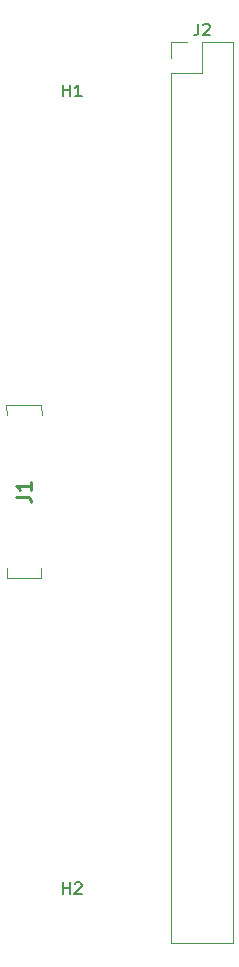
<source format=gbr>
%TF.GenerationSoftware,KiCad,Pcbnew,5.1.10-88a1d61d58~88~ubuntu20.04.1*%
%TF.CreationDate,2021-05-25T18:48:27+07:00*%
%TF.ProjectId,Hirose_DF40HC_60DS_V04_Header_Adapter,4869726f-7365-45f4-9446-343048435f36,rev?*%
%TF.SameCoordinates,Original*%
%TF.FileFunction,Legend,Top*%
%TF.FilePolarity,Positive*%
%FSLAX46Y46*%
G04 Gerber Fmt 4.6, Leading zero omitted, Abs format (unit mm)*
G04 Created by KiCad (PCBNEW 5.1.10-88a1d61d58~88~ubuntu20.04.1) date 2021-05-25 18:48:27*
%MOMM*%
%LPD*%
G01*
G04 APERTURE LIST*
%ADD10C,0.100000*%
%ADD11C,0.120000*%
%ADD12C,0.150000*%
%ADD13C,0.254000*%
G04 APERTURE END LIST*
D10*
%TO.C,J1*%
X119350000Y-69200000D02*
X119320000Y-68400000D01*
X119320000Y-68400000D02*
X116350000Y-68400000D01*
X116350000Y-68400000D02*
X116380000Y-69200000D01*
X119320000Y-82200000D02*
X119320000Y-83000000D01*
X119320000Y-83000000D02*
X116380000Y-83000000D01*
X116380000Y-83000000D02*
X116380000Y-82200000D01*
D11*
%TO.C,J2*%
X130320000Y-113940000D02*
X135520000Y-113940000D01*
X130320000Y-40220000D02*
X130320000Y-113940000D01*
X135520000Y-37620000D02*
X135520000Y-113940000D01*
X130320000Y-40220000D02*
X132920000Y-40220000D01*
X132920000Y-40220000D02*
X132920000Y-37620000D01*
X132920000Y-37620000D02*
X135520000Y-37620000D01*
X130320000Y-38950000D02*
X130320000Y-37620000D01*
X130320000Y-37620000D02*
X131650000Y-37620000D01*
%TO.C,H2*%
D12*
X121158095Y-109790380D02*
X121158095Y-108790380D01*
X121158095Y-109266571D02*
X121729523Y-109266571D01*
X121729523Y-109790380D02*
X121729523Y-108790380D01*
X122158095Y-108885619D02*
X122205714Y-108838000D01*
X122300952Y-108790380D01*
X122539047Y-108790380D01*
X122634285Y-108838000D01*
X122681904Y-108885619D01*
X122729523Y-108980857D01*
X122729523Y-109076095D01*
X122681904Y-109218952D01*
X122110476Y-109790380D01*
X122729523Y-109790380D01*
%TO.C,H1*%
X121158095Y-42244380D02*
X121158095Y-41244380D01*
X121158095Y-41720571D02*
X121729523Y-41720571D01*
X121729523Y-42244380D02*
X121729523Y-41244380D01*
X122729523Y-42244380D02*
X122158095Y-42244380D01*
X122443809Y-42244380D02*
X122443809Y-41244380D01*
X122348571Y-41387238D01*
X122253333Y-41482476D01*
X122158095Y-41530095D01*
%TO.C,J1*%
D13*
X117154523Y-76123333D02*
X118061666Y-76123333D01*
X118243095Y-76183809D01*
X118364047Y-76304761D01*
X118424523Y-76486190D01*
X118424523Y-76607142D01*
X118424523Y-74853333D02*
X118424523Y-75579047D01*
X118424523Y-75216190D02*
X117154523Y-75216190D01*
X117335952Y-75337142D01*
X117456904Y-75458095D01*
X117517380Y-75579047D01*
%TO.C,J2*%
D12*
X132586666Y-36072380D02*
X132586666Y-36786666D01*
X132539047Y-36929523D01*
X132443809Y-37024761D01*
X132300952Y-37072380D01*
X132205714Y-37072380D01*
X133015238Y-36167619D02*
X133062857Y-36120000D01*
X133158095Y-36072380D01*
X133396190Y-36072380D01*
X133491428Y-36120000D01*
X133539047Y-36167619D01*
X133586666Y-36262857D01*
X133586666Y-36358095D01*
X133539047Y-36500952D01*
X132967619Y-37072380D01*
X133586666Y-37072380D01*
%TD*%
M02*

</source>
